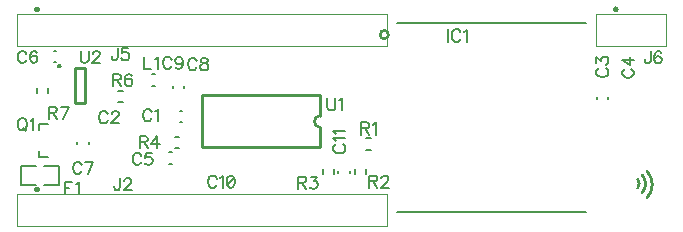
<source format=gto>
G04 DipTrace 4.3.0.1*
G04 LoRa_4808.gto*
%MOIN*%
G04 #@! TF.FileFunction,Legend,Top*
G04 #@! TF.Part,Single*
%ADD10C,0.009843*%
%ADD13C,0.004724*%
%ADD16C,0.01*%
%ADD24C,0.005906*%
%ADD26C,0.005*%
%ADD33C,0.006*%
%ADD64C,0.006176*%
%FSLAX26Y26*%
G04*
G70*
G90*
G75*
G01*
G04 TopSilk*
%LPD*%
X554725Y362991D2*
D24*
X547639D1*
X554723Y400786D2*
X547637D1*
X1937795Y441339D2*
Y448425D1*
X1975591Y441339D2*
Y448425D1*
X519291Y225197D2*
X512204D1*
X519292Y262992D2*
X512205D1*
X133465Y563780D2*
X126378Y563779D1*
X133464Y601575D2*
X126377D1*
X243307Y298819D2*
Y291732D1*
X205512Y298819D2*
Y291732D1*
X562206Y483859D2*
Y476772D1*
X524411Y483858D2*
Y476771D1*
X1113386Y202165D2*
Y195079D1*
X1075591Y202165D2*
Y195079D1*
X66924Y216535D2*
X15748D1*
Y153543D1*
X66924D2*
X15748D1*
X145669Y216535D2*
X94493D1*
X145669D2*
Y153543D1*
X94493D1*
X1214567Y655524D2*
D10*
G02X1214567Y655524I13769J0D01*
G01*
X1269711Y692911D2*
D26*
X1899605Y692930D1*
X1269730Y62990D2*
X1899623Y63009D1*
X2073237Y143981D2*
D16*
G03X2073236Y173981I-21678J15000D01*
G01*
X2087738Y127981D2*
G03X2087737Y187981I-32854J29999D01*
G01*
X2103237Y110981D2*
G03X2103235Y200981I-44998J44999D01*
G01*
X3936Y123226D2*
D13*
X3939Y18502D1*
X1237797Y18538D1*
X1237794Y123262D1*
X3936Y123226D1*
G36*
X61179Y139999D2*
X61262Y141263D1*
X61509Y142506D1*
X61916Y143706D1*
X62477Y144842D1*
X63181Y145895D1*
X64016Y146848D1*
X64968Y147683D1*
X66022Y148387D1*
X67158Y148947D1*
X68357Y149355D1*
X69600Y149602D1*
X70864Y149685D1*
X72128Y149602D1*
X73371Y149355D1*
X74570Y148948D1*
X75707Y148387D1*
X76760Y147683D1*
X77713Y146848D1*
X78548Y145896D1*
X79252Y144842D1*
X79812Y143706D1*
X80219Y142507D1*
X80466Y141264D1*
X80549Y140000D1*
D1*
X80467Y138736D1*
X80219Y137493D1*
X79812Y136294D1*
X79252Y135157D1*
X78548Y134104D1*
X77713Y133151D1*
X76760Y132316D1*
X75707Y131612D1*
X74571Y131052D1*
X73371Y130645D1*
X72129Y130397D1*
X70865Y130315D1*
X69600Y130397D1*
X68358Y130644D1*
X67158Y131052D1*
X66022Y131612D1*
X64969Y132316D1*
X64016Y133151D1*
X63181Y134103D1*
X62477Y135157D1*
X61917Y136293D1*
X61509Y137493D1*
X61262Y138735D1*
X61179Y139999D1*
D1*
G37*
X3936Y723226D2*
D13*
X3939Y618502D1*
X1237797Y618538D1*
X1237794Y723262D1*
X3936Y723226D1*
G36*
X61179Y739999D2*
X61262Y741263D1*
X61509Y742506D1*
X61916Y743706D1*
X62477Y744842D1*
X63181Y745895D1*
X64016Y746848D1*
X64968Y747683D1*
X66022Y748387D1*
X67158Y748947D1*
X68357Y749355D1*
X69600Y749602D1*
X70864Y749685D1*
X72128Y749602D1*
X73371Y749355D1*
X74570Y748948D1*
X75707Y748387D1*
X76760Y747683D1*
X77713Y746848D1*
X78548Y745896D1*
X79252Y744842D1*
X79812Y743706D1*
X80219Y742507D1*
X80466Y741264D1*
X80549Y740000D1*
D1*
X80467Y738736D1*
X80219Y737493D1*
X79812Y736294D1*
X79252Y735157D1*
X78548Y734104D1*
X77713Y733151D1*
X76760Y732316D1*
X75707Y731612D1*
X74571Y731052D1*
X73371Y730645D1*
X72129Y730397D1*
X70865Y730315D1*
X69600Y730397D1*
X68358Y730644D1*
X67158Y731052D1*
X66022Y731612D1*
X64969Y732316D1*
X64016Y733151D1*
X63181Y734103D1*
X62477Y735157D1*
X61917Y736293D1*
X61509Y737493D1*
X61262Y738735D1*
X61179Y739999D1*
D1*
G37*
X1933071Y723228D2*
D13*
Y618504D1*
X2166929D1*
Y723228D1*
X1933071D1*
G36*
X1990315Y740000D2*
X1990398Y741264D1*
X1990645Y742507D1*
X1991052Y743706D1*
X1991613Y744843D1*
X1992316Y745896D1*
X1993152Y746848D1*
X1994104Y747684D1*
X1995157Y748387D1*
X1996294Y748948D1*
X1997493Y749355D1*
X1998736Y749602D1*
X2000000Y749685D1*
X2001264Y749602D1*
X2002507Y749355D1*
X2003706Y748948D1*
X2004843Y748387D1*
X2005896Y747684D1*
X2006848Y746848D1*
X2007684Y745896D1*
X2008387Y744843D1*
X2008948Y743706D1*
X2009355Y742507D1*
X2009602Y741264D1*
X2009685Y740000D1*
D1*
X2009602Y738736D1*
X2009355Y737493D1*
X2008948Y736294D1*
X2008387Y735157D1*
X2007684Y734104D1*
X2006848Y733152D1*
X2005896Y732316D1*
X2004843Y731613D1*
X2003706Y731052D1*
X2002507Y730645D1*
X2001264Y730398D1*
X2000000Y730315D1*
X1998736Y730398D1*
X1997493Y730645D1*
X1996294Y731052D1*
X1995157Y731613D1*
X1994104Y732316D1*
X1993152Y733152D1*
X1992316Y734104D1*
X1991613Y735157D1*
X1991052Y736294D1*
X1990645Y737493D1*
X1990398Y738736D1*
X1990315Y740000D1*
D1*
G37*
X464764Y485038D2*
D24*
X455315D1*
X464763Y522833D2*
X455315D1*
X108359Y247150D2*
D33*
X76371Y247149D1*
X76370Y269149D1*
X76367Y359151D2*
X108355Y359152D1*
X76368Y337151D2*
X76367Y359151D1*
X1183268Y272441D2*
D24*
X1167520D1*
X1183268Y310236D2*
X1167520D1*
X1130709Y190748D2*
Y206496D1*
X1168504Y190748D2*
Y206496D1*
X1024409Y190748D2*
Y206496D1*
X1062205Y190748D2*
Y206496D1*
X545473Y276378D2*
X529725D1*
X545472Y314173D2*
X529724D1*
X356496Y429921D2*
X340748D1*
X356496Y467717D2*
X340748D1*
X107283Y476380D2*
X107284Y460632D1*
X69488Y476378D2*
X69489Y460630D1*
X1014766Y452758D2*
D10*
X621067Y452730D1*
X621080Y279502D1*
X1014778Y279529D1*
X1014773Y346465D1*
X1014770Y385822D2*
X1014766Y452758D1*
X1014770Y385822D2*
G03X1014773Y346465I-5J-19678D01*
G01*
G36*
X137094Y550539D2*
X137160Y551543D1*
X137357Y552531D1*
X137680Y553484D1*
X138126Y554387D1*
X138685Y555225D1*
X139349Y555982D1*
X140106Y556646D1*
X140943Y557205D1*
X141846Y557650D1*
X142800Y557974D1*
X143787Y558170D1*
X144792Y558236D1*
X145797Y558170D1*
X146784Y557974D1*
X147738Y557650D1*
X148641Y557205D1*
X149478Y556646D1*
X150235Y555982D1*
X150899Y555225D1*
X151458Y554387D1*
X151904Y553484D1*
X152227Y552531D1*
X152424Y551543D1*
X152490Y550539D1*
Y550533D1*
X152424Y549529D1*
X152227Y548541D1*
X151904Y547588D1*
X151458Y546685D1*
X150899Y545848D1*
X150235Y545091D1*
X149478Y544427D1*
X148641Y543867D1*
X147738Y543422D1*
X146784Y543098D1*
X145797Y542902D1*
X144792Y542836D1*
X143787Y542902D1*
X142800Y543098D1*
X141846Y543422D1*
X140943Y543867D1*
X140106Y544427D1*
X139349Y545091D1*
X138685Y545848D1*
X138126Y546685D1*
X137680Y547588D1*
X137357Y548541D1*
X137160Y549529D1*
X137094Y550533D1*
Y550539D1*
G37*
X198857Y545273D2*
D10*
Y427165D1*
X230348Y545273D2*
Y427165D1*
X198857D2*
X230348D1*
X198857Y545273D2*
X230348D1*
X453293Y397840D2*
D64*
X451391Y401643D1*
X447544Y405489D1*
X443742Y407391D1*
X436092Y407390D1*
X432246Y405489D1*
X428443Y401642D1*
X426498Y397839D1*
X424597Y392091D1*
X424598Y382496D1*
X426499Y376792D1*
X428445Y372946D1*
X432248Y369143D1*
X436094Y367198D1*
X443744Y367199D1*
X447546Y369144D1*
X451393Y372947D1*
X453294Y376794D1*
X465644Y399698D2*
X469491Y401644D1*
X475238Y407348D1*
X475240Y367200D1*
X306044Y390908D2*
X304143Y394711D1*
X300296Y398558D1*
X296493Y400459D1*
X288844D1*
X284997Y398558D1*
X281195Y394711D1*
X279249Y390908D1*
X277348Y385160D1*
Y375566D1*
X279249Y369862D1*
X281195Y366015D1*
X284997Y362213D1*
X288844Y360267D1*
X296493D1*
X300296Y362213D1*
X304143Y366015D1*
X306044Y369862D1*
X320341Y390864D2*
Y392766D1*
X322242Y396612D1*
X324143Y398514D1*
X327990Y400415D1*
X335639D1*
X339442Y398514D1*
X341343Y396612D1*
X343289Y392766D1*
Y388963D1*
X341343Y385116D1*
X337541Y379412D1*
X318395Y360267D1*
X345190D1*
X1944673Y543201D2*
X1940870Y541300D1*
X1937024Y537453D1*
X1935122Y533651D1*
Y526002D1*
X1937024Y522155D1*
X1940870Y518352D1*
X1944673Y516407D1*
X1950421Y514506D1*
X1960016D1*
X1965720Y516407D1*
X1969566Y518352D1*
X1973369Y522155D1*
X1975314Y526002D1*
Y533651D1*
X1973369Y537453D1*
X1969566Y541300D1*
X1965720Y543201D1*
X1935167Y559400D2*
Y580402D1*
X1950465Y568950D1*
Y574698D1*
X1952366Y578501D1*
X1954268Y580402D1*
X1960016Y582348D1*
X1963818D1*
X1969566Y580402D1*
X1973413Y576599D1*
X1975314Y570851D1*
Y565103D1*
X1973413Y559400D1*
X1971468Y557498D1*
X1967665Y555553D1*
X2030106Y541068D2*
X2026303Y539167D1*
X2022457Y535320D1*
X2020555Y531518D1*
Y523869D1*
X2022457Y520022D1*
X2026303Y516219D1*
X2030106Y514274D1*
X2035854Y512372D1*
X2045449D1*
X2051153Y514274D1*
X2054999Y516219D1*
X2058802Y520022D1*
X2060747Y523869D1*
Y531518D1*
X2058802Y535320D1*
X2054999Y539167D1*
X2051153Y541068D1*
X2060747Y572565D2*
X2020600D1*
X2047350Y553420D1*
Y582116D1*
X417861Y252181D2*
X415959Y255983D1*
X412113Y259830D1*
X408310Y261732D1*
X400661D1*
X396814Y259831D1*
X393011Y255984D1*
X391066Y252182D1*
X389164Y246434D1*
Y236839D1*
X391065Y231135D1*
X393010Y227288D1*
X396813Y223486D1*
X400660Y221540D1*
X408309D1*
X412112Y223485D1*
X415958Y227287D1*
X417860Y231134D1*
X453160Y261686D2*
X434059Y261687D1*
X432157Y244487D1*
X434058Y246388D1*
X439807Y248333D1*
X445510D1*
X451258Y246387D1*
X455105Y242585D1*
X457006Y236837D1*
Y233034D1*
X455104Y227286D1*
X451258Y223440D1*
X445509Y221538D1*
X439806Y221539D1*
X434058Y223440D1*
X432156Y225386D1*
X430211Y229188D1*
X34927Y591514D2*
X33026Y595316D1*
X29179Y599163D1*
X25376Y601064D1*
X17727D1*
X13880Y599162D1*
X10078Y595316D1*
X8133Y591513D1*
X6231Y585765D1*
X6232Y576170D1*
X8133Y570466D1*
X10079Y566620D1*
X13881Y562817D1*
X17728Y560872D1*
X25377D1*
X29180Y562818D1*
X33027Y566620D1*
X34928Y570467D1*
X70226Y595317D2*
X68325Y599120D1*
X62577Y601021D1*
X58774D1*
X53026Y599119D1*
X49180Y593371D1*
X47279Y583820D1*
Y574270D1*
X49181Y566621D1*
X53027Y562774D1*
X58775Y560873D1*
X60677D1*
X66381Y562774D1*
X70227Y566621D1*
X72128Y572369D1*
Y574271D1*
X70227Y580019D1*
X66380Y583821D1*
X60676Y585722D1*
X58775D1*
X53027Y583821D1*
X49180Y580018D1*
X47279Y574270D1*
X219184Y221617D2*
X217283Y225420D1*
X213436Y229266D1*
X209634Y231168D1*
X201985D1*
X198138Y229266D1*
X194335Y225420D1*
X192390Y221617D1*
X190488Y215869D1*
Y206274D1*
X192390Y200570D1*
X194335Y196724D1*
X198138Y192921D1*
X201985Y190976D1*
X209634D1*
X213436Y192921D1*
X217283Y196724D1*
X219184Y200570D1*
X239185Y190976D2*
X258330Y231123D1*
X231536D1*
X602523Y568074D2*
X600621Y571876D1*
X596775Y575723D1*
X592972Y577624D1*
X585323D1*
X581476Y575723D1*
X577674Y571876D1*
X575728Y568074D1*
X573827Y562326D1*
Y552731D1*
X575728Y547027D1*
X577674Y543180D1*
X581476Y539378D1*
X585323Y537432D1*
X592972D1*
X596775Y539378D1*
X600621Y543180D1*
X602523Y547027D1*
X624425Y577580D2*
X618721Y575679D1*
X616775Y571876D1*
Y568030D1*
X618721Y564227D1*
X622523Y562282D1*
X630173Y560380D1*
X635921Y558479D1*
X639723Y554632D1*
X641625Y550830D1*
Y545082D1*
X639723Y541279D1*
X637822Y539334D1*
X632074Y537432D1*
X624425D1*
X618721Y539334D1*
X616775Y541279D1*
X614874Y545082D1*
Y550830D1*
X616775Y554632D1*
X620622Y558479D1*
X626326Y560380D1*
X633975Y562282D1*
X637822Y564227D1*
X639723Y568030D1*
Y571876D1*
X637822Y575679D1*
X632074Y577580D1*
X624425D1*
X519347Y572010D2*
X517445Y575813D1*
X513598Y579659D1*
X509796Y581561D1*
X502146Y581560D1*
X498300Y579659D1*
X494497Y575812D1*
X492552Y572010D1*
X490651Y566261D1*
Y556667D1*
X492552Y550963D1*
X494498Y547116D1*
X498301Y543314D1*
X502147Y541368D1*
X509797Y541369D1*
X513599Y543314D1*
X517446Y547117D1*
X519347Y550964D1*
X556591Y568164D2*
X554646Y562416D1*
X550844Y558569D1*
X545096Y556668D1*
X543194D1*
X537446Y558569D1*
X533644Y562416D1*
X531698Y568164D1*
Y570065D1*
X533643Y575813D1*
X537446Y579616D1*
X543194Y581517D1*
X545095D1*
X550843Y579616D1*
X554646Y575814D1*
X556591Y568164D1*
X556592Y558570D1*
X554646Y549019D1*
X550844Y543271D1*
X545096Y541369D1*
X541294D1*
X535545Y543270D1*
X533644Y547117D1*
X669235Y175800D2*
X667334Y179602D1*
X663487Y183449D1*
X659684Y185350D1*
X652035D1*
X648188Y183449D1*
X644386Y179602D1*
X642440Y175800D1*
X640539Y170052D1*
Y160457D1*
X642440Y154753D1*
X644386Y150906D1*
X648188Y147104D1*
X652035Y145158D1*
X659684D1*
X663487Y147104D1*
X667334Y150906D1*
X669235Y154753D1*
X681586Y177657D2*
X685433Y179602D1*
X691181Y185306D1*
Y145158D1*
X715029Y185306D2*
X709281Y183405D1*
X705434Y177657D1*
X703532Y168106D1*
Y162358D1*
X705434Y152807D1*
X709281Y147059D1*
X715029Y145158D1*
X718831D1*
X724579Y147059D1*
X728382Y152807D1*
X730327Y162358D1*
Y168106D1*
X728382Y177657D1*
X724579Y183405D1*
X718831Y185306D1*
X715029D1*
X728382Y177657D2*
X705434Y152807D1*
X1068000Y289449D2*
X1064197Y287548D1*
X1060350Y283701D1*
X1058449Y279898D1*
Y272249D1*
X1060350Y268402D1*
X1064197Y264600D1*
X1068000Y262654D1*
X1073748Y260753D1*
X1083342D1*
X1089046Y262654D1*
X1092893Y264600D1*
X1096696Y268402D1*
X1098641Y272249D1*
Y279898D1*
X1096696Y283701D1*
X1092893Y287548D1*
X1089046Y289449D1*
X1066143Y301800D2*
X1064197Y305647D1*
X1058493Y311395D1*
X1098641D1*
X1066143Y323747D2*
X1064197Y327593D1*
X1058493Y333341D1*
X1098641D1*
X188481Y164878D2*
X163588D1*
Y124686D1*
Y145732D2*
X178887D1*
X200833Y157184D2*
X204680Y159130D1*
X210428Y164833D1*
Y124686D1*
X1440941Y672757D2*
X1440942Y632565D1*
X1481988Y663208D2*
X1480087Y667010D1*
X1476240Y670857D1*
X1472438Y672758D1*
X1464788D1*
X1460942Y670857D1*
X1457139Y667010D1*
X1455194Y663207D1*
X1453293Y657459D1*
Y647864D1*
X1455194Y642160D1*
X1457140Y638314D1*
X1460943Y634511D1*
X1464789Y632566D1*
X1472439D1*
X1476241Y634512D1*
X1480088Y638314D1*
X1481989Y642161D1*
X1494340Y665065D2*
X1498186Y667011D1*
X1503934Y672715D1*
X1503935Y632567D1*
X347083Y176782D2*
X347084Y146184D1*
X345183Y140436D1*
X343238Y138535D1*
X339435Y136589D1*
X335589D1*
X331786Y138535D1*
X329885Y140436D1*
X327939Y146184D1*
Y149986D1*
X361381Y167187D2*
Y169089D1*
X363282Y172935D1*
X365183Y174837D1*
X369030Y176738D1*
X376679D1*
X380481Y174837D1*
X382383Y172936D1*
X384328Y169089D1*
X384329Y165287D1*
X382383Y161440D1*
X378581Y155736D1*
X359436Y136590D1*
X386231Y136591D1*
X339208Y610856D2*
X339209Y580259D1*
X337307Y574511D1*
X335362Y572610D1*
X331560Y570664D1*
X327713D1*
X323910Y572609D1*
X322009Y574511D1*
X320063Y580258D1*
Y584061D1*
X374507Y610813D2*
X355406D1*
X353505Y593613D1*
X355406Y595514D1*
X361154Y597460D1*
X366858D1*
X372606Y595514D1*
X376453Y591712D1*
X378354Y585964D1*
X378355Y582161D1*
X376454Y576413D1*
X372607Y572567D1*
X366859Y570665D1*
X361155D1*
X355407Y572566D1*
X353506Y574511D1*
X351560Y578314D1*
X2115776Y599602D2*
Y569005D1*
X2113874Y563257D1*
X2111929Y561356D1*
X2108126Y559410D1*
X2104279D1*
X2100477Y561356D1*
X2098576Y563257D1*
X2096630Y569005D1*
Y572807D1*
X2151075Y593854D2*
X2149174Y597657D1*
X2143426Y599558D1*
X2139623D1*
X2133875Y597657D1*
X2130028Y591909D1*
X2128127Y582358D1*
Y572807D1*
X2130028Y565158D1*
X2133875Y561311D1*
X2139623Y559410D1*
X2141524D1*
X2147228Y561311D1*
X2151075Y565158D1*
X2152976Y570906D1*
Y572807D1*
X2151075Y578555D1*
X2147228Y582358D1*
X2141524Y584259D1*
X2139623D1*
X2133875Y582358D1*
X2130028Y578555D1*
X2128127Y572807D1*
X428197Y581559D2*
X428198Y541367D1*
X451146Y541368D1*
X463496Y573867D2*
X467343Y575812D1*
X473091Y581516D1*
X473092Y541368D1*
X17729Y376832D2*
X13926Y374974D1*
X10080Y371127D1*
X8178Y367281D1*
X6233Y361533D1*
Y351982D1*
X8179Y346234D1*
X10081Y342432D1*
X13927Y338585D1*
X17730Y336684D1*
X25379D1*
X29226Y338585D1*
X33028Y342432D1*
X34930Y346235D1*
X36875Y351983D1*
Y361534D1*
X34929Y367282D1*
X33027Y371128D1*
X29225Y374975D1*
X25378Y376832D1*
X17729D1*
X23478Y344333D2*
X34930Y332838D1*
X49226Y369139D2*
X53072Y371085D1*
X58820Y376789D1*
X58822Y336641D1*
X1151023Y343665D2*
X1168223D1*
X1173971Y345611D1*
X1175917Y347512D1*
X1177818Y351315D1*
Y355161D1*
X1175917Y358964D1*
X1173971Y360909D1*
X1168223Y362811D1*
X1151023D1*
Y322619D1*
X1164421Y343665D2*
X1177818Y322619D1*
X1190169Y355117D2*
X1194016Y357063D1*
X1199764Y362767D1*
Y322619D1*
X1177891Y166550D2*
X1195090D1*
X1200838Y168495D1*
X1202784Y170397D1*
X1204685Y174199D1*
Y178046D1*
X1202784Y181848D1*
X1200838Y183794D1*
X1195090Y185695D1*
X1177891D1*
Y145503D1*
X1191288Y166550D2*
X1204685Y145503D1*
X1218982Y176100D2*
Y178002D1*
X1220883Y181848D1*
X1222785Y183750D1*
X1226631Y185651D1*
X1234281D1*
X1238083Y183750D1*
X1239985Y181848D1*
X1241930Y178002D1*
Y174199D1*
X1239985Y170352D1*
X1236182Y164649D1*
X1217037Y145503D1*
X1243831D1*
X941194Y162613D2*
X958394D1*
X964142Y164558D1*
X966087Y166460D1*
X967988Y170262D1*
Y174109D1*
X966087Y177911D1*
X964142Y179857D1*
X958394Y181758D1*
X941194D1*
Y141566D1*
X954591Y162613D2*
X967988Y141566D1*
X984187Y181714D2*
X1005189D1*
X993737Y166415D1*
X999485D1*
X1003288Y164514D1*
X1005189Y162613D1*
X1007134Y156865D1*
Y153062D1*
X1005189Y147314D1*
X1001386Y143468D1*
X995638Y141566D1*
X989890D1*
X984187Y143468D1*
X982285Y145413D1*
X980340Y149216D1*
X413126Y297698D2*
X430326D1*
X436074Y299644D1*
X438019Y301545D1*
X439921Y305348D1*
Y309195D1*
X438019Y312997D1*
X436074Y314943D1*
X430326Y316844D1*
X413126Y316843D1*
X413127Y276651D1*
X426524Y297698D2*
X439921Y276652D1*
X471418Y276653D2*
X471417Y316801D1*
X452272Y290050D1*
X480968D1*
X324498Y505083D2*
X341698D1*
X347446Y507028D1*
X349392Y508929D1*
X351293Y512732D1*
Y516579D1*
X349392Y520381D1*
X347446Y522327D1*
X341698Y524228D1*
X324498D1*
Y484036D1*
X337896Y505083D2*
X351293Y484036D1*
X386592Y518480D2*
X384691Y522283D1*
X378943Y524184D1*
X375141D1*
X369393Y522283D1*
X365546Y516535D1*
X363645Y506984D1*
Y497433D1*
X365546Y489784D1*
X369393Y485937D1*
X375141Y484036D1*
X377042D1*
X382746Y485937D1*
X386592Y489784D1*
X388494Y495532D1*
Y497433D1*
X386592Y503181D1*
X382746Y506984D1*
X377042Y508885D1*
X375141D1*
X369393Y506984D1*
X365546Y503181D1*
X363645Y497433D1*
X110536Y395580D2*
X127736Y395581D1*
X133484Y397527D1*
X135429Y399428D1*
X137331Y403231D1*
X137330Y407078D1*
X135429Y410880D1*
X133483Y412825D1*
X127735Y414726D1*
X110535Y414725D1*
X110537Y374533D1*
X123934Y395581D2*
X137332Y374535D1*
X157333Y374536D2*
X176476Y414685D1*
X149681Y414683D1*
X1038283Y443768D2*
X1038285Y415072D1*
X1040187Y409325D1*
X1044034Y405522D1*
X1049782Y403577D1*
X1053584D1*
X1059332Y405523D1*
X1063179Y409326D1*
X1065080Y415074D1*
X1065078Y443770D1*
X1077430Y436078D2*
X1081276Y438023D1*
X1087024Y443728D1*
X1087027Y403580D1*
X215695Y601067D2*
Y572371D1*
X217596Y566623D1*
X221443Y562820D1*
X227191Y560875D1*
X230994D1*
X236742Y562820D1*
X240588Y566623D1*
X242490Y572371D1*
Y601067D1*
X256787Y591472D2*
Y593373D1*
X258688Y597220D1*
X260589Y599121D1*
X264436Y601022D1*
X272085D1*
X275888Y599121D1*
X277789Y597220D1*
X279734Y593373D1*
Y589571D1*
X277789Y585724D1*
X273986Y580020D1*
X254841Y560875D1*
X281636D1*
M02*

</source>
